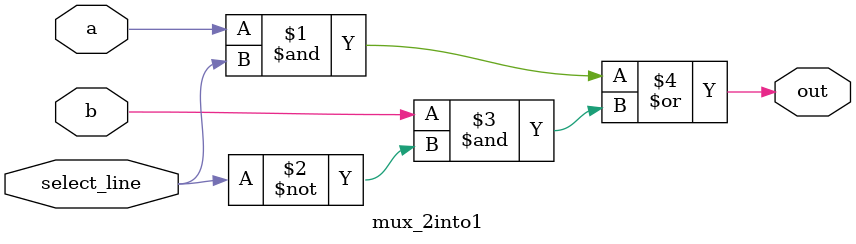
<source format=v>
`timescale 1ns / 1ps


module mux_2into1(a,b,select_line,out);
input a,b,select_line;
output out;

//Implementing behaviour of 2*1 Multiplexer 

assign out = ((a & select_line) | (b & (~select_line)));

endmodule

</source>
